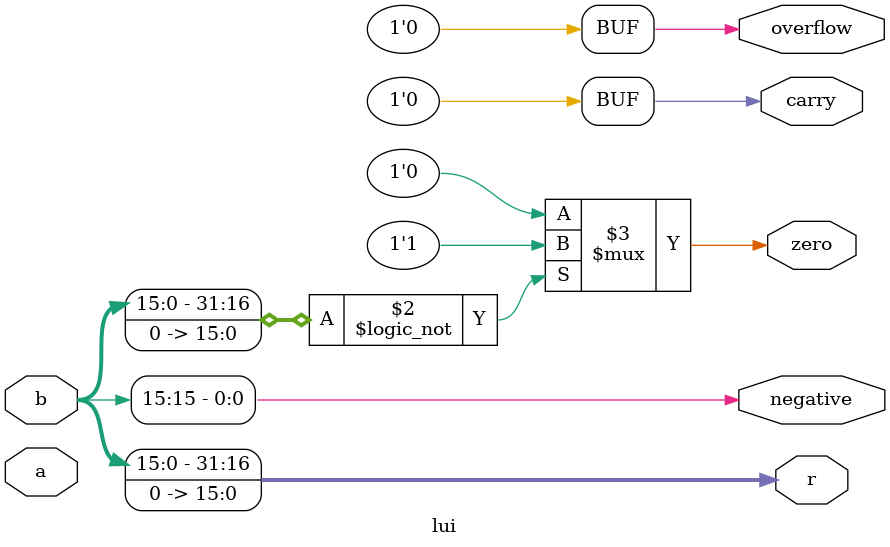
<source format=v>
module lui(
		input [31:0] a, // 32 Î»ÊäÈë£¬²Ù×÷Êý1
		input [31:0] b, // 32 Î»ÊäÈë£¬²Ù×÷Êý2
		output wire [31:0] r, // 32 Î»Êä³ö£¬ÓÐa b ¾­¹ýaluc Ö¸¶¨µÄ²Ù×÷Éú³É
		output reg zero, // 0 ±êÖ¾Î»
		output reg carry, // ½øÎ»±êÖ¾Î»
		output reg negative, // ¸ºÊý±êÖ¾Î»
		output reg overflow // Òç³ö±êÖ¾Î»
);
		assign r={b[15:0],16'b0};
		always @ (*)
		begin
				zero=(r==0) ? 1'b1 : 1'b0;
				negative=r[31];
				carry=0;
				overflow=0;
		end

endmodule
</source>
